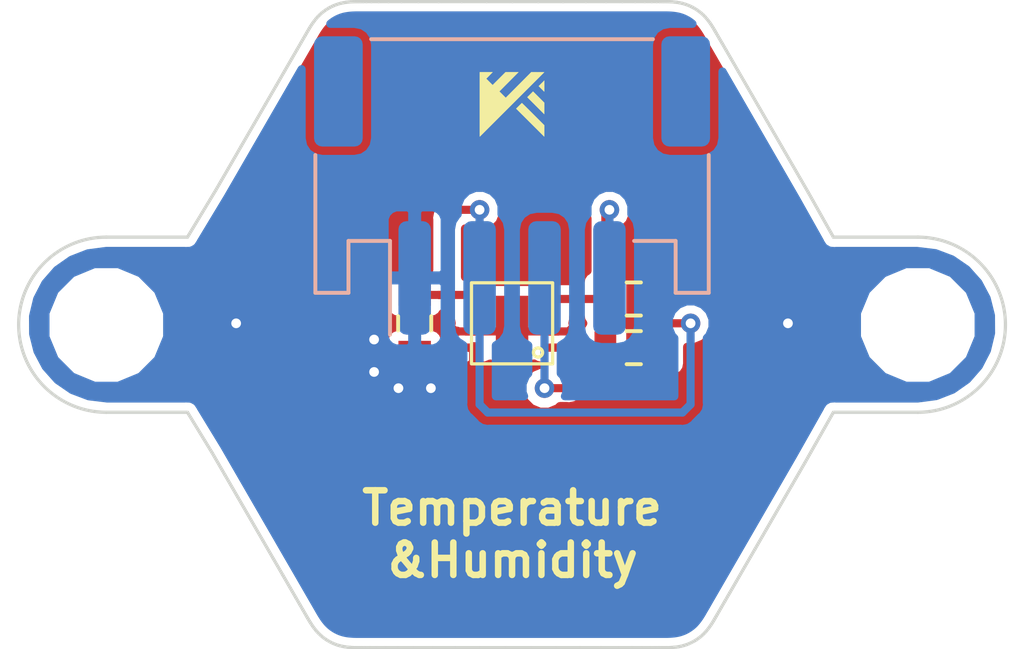
<source format=kicad_pcb>
(kicad_pcb (version 20171130) (host pcbnew 5.0.2-5.fc29)

  (general
    (thickness 1.6)
    (drawings 223)
    (tracks 50)
    (zones 0)
    (modules 8)
    (nets 7)
  )

  (page A4)
  (layers
    (0 F.Cu signal)
    (31 B.Cu signal)
    (32 B.Adhes user)
    (33 F.Adhes user)
    (34 B.Paste user)
    (35 F.Paste user)
    (36 B.SilkS user)
    (37 F.SilkS user)
    (38 B.Mask user)
    (39 F.Mask user)
    (40 Dwgs.User user)
    (41 Cmts.User user)
    (42 Eco1.User user)
    (43 Eco2.User user)
    (44 Edge.Cuts user)
    (45 Margin user)
    (46 B.CrtYd user)
    (47 F.CrtYd user)
    (48 B.Fab user hide)
    (49 F.Fab user hide)
  )

  (setup
    (last_trace_width 0.25)
    (user_trace_width 0.2)
    (user_trace_width 0.25)
    (user_trace_width 0.3)
    (user_trace_width 0.35)
    (user_trace_width 0.4)
    (trace_clearance 0.2)
    (zone_clearance 0.25)
    (zone_45_only no)
    (trace_min 0.2)
    (segment_width 0.2)
    (edge_width 0.15)
    (via_size 0.6)
    (via_drill 0.3)
    (via_min_size 0.6)
    (via_min_drill 0.3)
    (user_via 0.6 0.3)
    (uvia_size 0.3)
    (uvia_drill 0.1)
    (uvias_allowed no)
    (uvia_min_size 0.2)
    (uvia_min_drill 0.1)
    (pcb_text_width 0.3)
    (pcb_text_size 1.5 1.5)
    (mod_edge_width 0.15)
    (mod_text_size 1 1)
    (mod_text_width 0.15)
    (pad_size 1 1.7)
    (pad_drill 0)
    (pad_to_mask_clearance 0.2)
    (solder_mask_min_width 0.25)
    (aux_axis_origin 0 0)
    (visible_elements 7FFFFFFF)
    (pcbplotparams
      (layerselection 0x010fc_ffffffff)
      (usegerberextensions false)
      (usegerberattributes false)
      (usegerberadvancedattributes false)
      (creategerberjobfile false)
      (excludeedgelayer true)
      (linewidth 0.100000)
      (plotframeref false)
      (viasonmask false)
      (mode 1)
      (useauxorigin false)
      (hpglpennumber 1)
      (hpglpenspeed 20)
      (hpglpendiameter 15.000000)
      (psnegative false)
      (psa4output false)
      (plotreference true)
      (plotvalue true)
      (plotinvisibletext false)
      (padsonsilk false)
      (subtractmaskfromsilk false)
      (outputformat 1)
      (mirror false)
      (drillshape 1)
      (scaleselection 1)
      (outputdirectory ""))
  )

  (net 0 "")
  (net 1 /SDA)
  (net 2 /SCL)
  (net 3 VCC)
  (net 4 GND)
  (net 5 "Net-(U1-Pad3)")
  (net 6 "Net-(U1-Pad6)")

  (net_class Default "This is the default net class."
    (clearance 0.2)
    (trace_width 0.25)
    (via_dia 0.6)
    (via_drill 0.3)
    (uvia_dia 0.3)
    (uvia_drill 0.1)
    (add_net /SCL)
    (add_net /SDA)
    (add_net GND)
    (add_net "Net-(U1-Pad3)")
    (add_net "Net-(U1-Pad6)")
    (add_net VCC)
  )

  (module MountingHole:MountingHole_3mm locked (layer F.Cu) (tedit 5C759655) (tstamp 5C76016D)
    (at 149 105.05)
    (descr "Mounting Hole 3mm, no annular")
    (tags "mounting hole 3mm no annular")
    (attr virtual)
    (fp_text reference REF** (at 0 -4) (layer F.SilkS) hide
      (effects (font (size 1 1) (thickness 0.15)))
    )
    (fp_text value MountingHole_3mm (at 0 4) (layer F.Fab)
      (effects (font (size 1 1) (thickness 0.15)))
    )
    (fp_text user %R (at 0.3 0) (layer F.Fab)
      (effects (font (size 1 1) (thickness 0.15)))
    )
    (fp_circle (center 0 0) (end 3 0) (layer Cmts.User) (width 0.15))
    (fp_circle (center 0 0) (end 3.25 0) (layer F.CrtYd) (width 0.05))
    (pad 1 np_thru_hole circle (at 0 0) (size 3 3) (drill 3) (layers *.Cu *.Mask))
  )

  (module Connector_JST:JST_PH_S4B-PH-SM4-TB_1x04-1MP_P2.00mm_Horizontal (layer B.Cu) (tedit 5C7594A5) (tstamp 5C75F199)
    (at 136.5 100.75)
    (descr "JST PH series connector, S4B-PH-SM4-TB (http://www.jst-mfg.com/product/pdf/eng/ePH.pdf), generated with kicad-footprint-generator")
    (tags "connector JST PH top entry")
    (path /5ABA1EEF)
    (attr smd)
    (fp_text reference J1 (at 0 5.8) (layer B.SilkS) hide
      (effects (font (size 1 1) (thickness 0.15)) (justify mirror))
    )
    (fp_text value Conn_01x04 (at 0 -5.8) (layer B.Fab)
      (effects (font (size 1 1) (thickness 0.15)) (justify mirror))
    )
    (fp_line (start -5.95 3.2) (end -5.15 3.2) (layer B.Fab) (width 0.1))
    (fp_line (start -5.15 3.2) (end -5.15 1.6) (layer B.Fab) (width 0.1))
    (fp_line (start -5.15 1.6) (end 5.15 1.6) (layer B.Fab) (width 0.1))
    (fp_line (start 5.15 1.6) (end 5.15 3.2) (layer B.Fab) (width 0.1))
    (fp_line (start 5.15 3.2) (end 5.95 3.2) (layer B.Fab) (width 0.1))
    (fp_line (start -6.06 -0.94) (end -6.06 3.31) (layer B.SilkS) (width 0.12))
    (fp_line (start -6.06 3.31) (end -5.04 3.31) (layer B.SilkS) (width 0.12))
    (fp_line (start -5.04 3.31) (end -5.04 1.71) (layer B.SilkS) (width 0.12))
    (fp_line (start -5.04 1.71) (end -3.76 1.71) (layer B.SilkS) (width 0.12))
    (fp_line (start -3.76 1.71) (end -3.76 4.6) (layer B.SilkS) (width 0.12))
    (fp_line (start 6.06 -0.94) (end 6.06 3.31) (layer B.SilkS) (width 0.12))
    (fp_line (start 6.06 3.31) (end 5.04 3.31) (layer B.SilkS) (width 0.12))
    (fp_line (start 5.04 3.31) (end 5.04 1.71) (layer B.SilkS) (width 0.12))
    (fp_line (start 5.04 1.71) (end 3.76 1.71) (layer B.SilkS) (width 0.12))
    (fp_line (start -4.34 -4.51) (end 4.34 -4.51) (layer B.SilkS) (width 0.12))
    (fp_line (start -5.95 -4.4) (end 5.95 -4.4) (layer B.Fab) (width 0.1))
    (fp_line (start -5.95 3.2) (end -5.95 -4.4) (layer B.Fab) (width 0.1))
    (fp_line (start 5.95 3.2) (end 5.95 -4.4) (layer B.Fab) (width 0.1))
    (fp_line (start -6.6 5.1) (end -6.6 -5.1) (layer B.CrtYd) (width 0.05))
    (fp_line (start -6.6 -5.1) (end 6.6 -5.1) (layer B.CrtYd) (width 0.05))
    (fp_line (start 6.6 -5.1) (end 6.6 5.1) (layer B.CrtYd) (width 0.05))
    (fp_line (start 6.6 5.1) (end -6.6 5.1) (layer B.CrtYd) (width 0.05))
    (fp_line (start -3.5 1.6) (end -3 0.892893) (layer B.Fab) (width 0.1))
    (fp_line (start -3 0.892893) (end -2.5 1.6) (layer B.Fab) (width 0.1))
    (fp_text user %R (at 0 -1.5) (layer B.Fab)
      (effects (font (size 1 1) (thickness 0.15)) (justify mirror))
    )
    (pad 1 smd roundrect (at -3 2.85) (size 1 3.5) (layers B.Cu B.Paste B.Mask) (roundrect_rratio 0.25)
      (net 4 GND))
    (pad 2 smd roundrect (at -1 2.85) (size 1 3.5) (layers B.Cu B.Paste B.Mask) (roundrect_rratio 0.25)
      (net 3 VCC))
    (pad 3 smd roundrect (at 1 2.85) (size 1 3.5) (layers B.Cu B.Paste B.Mask) (roundrect_rratio 0.25)
      (net 1 /SDA))
    (pad 4 smd roundrect (at 3 2.85) (size 1 3.5) (layers B.Cu B.Paste B.Mask) (roundrect_rratio 0.25)
      (net 2 /SCL))
    (pad MP smd roundrect (at -5.35 -2.9) (size 1.5 3.4) (layers B.Cu B.Paste B.Mask) (roundrect_rratio 0.166667))
    (pad MP smd roundrect (at 5.35 -2.9) (size 1.5 3.4) (layers B.Cu B.Paste B.Mask) (roundrect_rratio 0.166667))
    (model ${KISYS3DMOD}/Connector_JST.3dshapes/JST_PH_S4B-PH-SM4-TB_1x04-1MP_P2.00mm_Horizontal.wrl
      (at (xyz 0 0 0))
      (scale (xyz 1 1 1))
      (rotate (xyz 0 0 0))
    )
  )

  (module Capacitor_SMD:C_0603_1608Metric (layer F.Cu) (tedit 5AD0126D) (tstamp 5AD01F26)
    (at 133.5 105 270)
    (descr "Capacitor SMD 0603 (1608 Metric), square (rectangular) end terminal, IPC_7351 nominal, (Body size source: http://www.tortai-tech.com/upload/download/2011102023233369053.pdf), generated with kicad-footprint-generator")
    (tags capacitor)
    (path /5AD09A10)
    (attr smd)
    (fp_text reference C1 (at 0 -1.65 270) (layer F.SilkS) hide
      (effects (font (size 1 1) (thickness 0.15)))
    )
    (fp_text value 0.1uF (at 0 1.65 270) (layer F.Fab)
      (effects (font (size 1 1) (thickness 0.15)))
    )
    (fp_line (start -0.8 0.4) (end -0.8 -0.4) (layer F.Fab) (width 0.1))
    (fp_line (start -0.8 -0.4) (end 0.8 -0.4) (layer F.Fab) (width 0.1))
    (fp_line (start 0.8 -0.4) (end 0.8 0.4) (layer F.Fab) (width 0.1))
    (fp_line (start 0.8 0.4) (end -0.8 0.4) (layer F.Fab) (width 0.1))
    (fp_line (start -0.22 -0.51) (end 0.22 -0.51) (layer F.SilkS) (width 0.12))
    (fp_line (start -0.22 0.51) (end 0.22 0.51) (layer F.SilkS) (width 0.12))
    (fp_line (start -1.46 0.75) (end -1.46 -0.75) (layer F.CrtYd) (width 0.05))
    (fp_line (start -1.46 -0.75) (end 1.46 -0.75) (layer F.CrtYd) (width 0.05))
    (fp_line (start 1.46 -0.75) (end 1.46 0.75) (layer F.CrtYd) (width 0.05))
    (fp_line (start 1.46 0.75) (end -1.46 0.75) (layer F.CrtYd) (width 0.05))
    (fp_text user %R (at 0 0 270) (layer F.Fab)
      (effects (font (size 0.5 0.5) (thickness 0.08)))
    )
    (pad 1 smd rect (at -0.875 0 270) (size 0.67 1) (layers F.Cu F.Paste F.Mask)
      (net 3 VCC))
    (pad 2 smd rect (at 0.875 0 270) (size 0.67 1) (layers F.Cu F.Paste F.Mask)
      (net 4 GND))
    (model ${KISYS3DMOD}/Capacitor_SMD.3dshapes/C_0603_1608Metric.wrl
      (at (xyz 0 0 0))
      (scale (xyz 1 1 1))
      (rotate (xyz 0 0 0))
    )
  )

  (module Resistor_SMD:R_0603_1608Metric (layer F.Cu) (tedit 5AD01272) (tstamp 5AD01F36)
    (at 140.25 105.75 180)
    (descr "Resistor SMD 0603 (1608 Metric), square (rectangular) end terminal, IPC_7351 nominal, (Body size source: http://www.tortai-tech.com/upload/download/2011102023233369053.pdf), generated with kicad-footprint-generator")
    (tags resistor)
    (path /5AD0D03A)
    (attr smd)
    (fp_text reference R2 (at -2.5 0 180) (layer F.SilkS) hide
      (effects (font (size 1 1) (thickness 0.15)))
    )
    (fp_text value 10K (at 0 1.65 180) (layer F.Fab)
      (effects (font (size 1 1) (thickness 0.15)))
    )
    (fp_line (start -0.8 0.4) (end -0.8 -0.4) (layer F.Fab) (width 0.1))
    (fp_line (start -0.8 -0.4) (end 0.8 -0.4) (layer F.Fab) (width 0.1))
    (fp_line (start 0.8 -0.4) (end 0.8 0.4) (layer F.Fab) (width 0.1))
    (fp_line (start 0.8 0.4) (end -0.8 0.4) (layer F.Fab) (width 0.1))
    (fp_line (start -0.22 -0.51) (end 0.22 -0.51) (layer F.SilkS) (width 0.12))
    (fp_line (start -0.22 0.51) (end 0.22 0.51) (layer F.SilkS) (width 0.12))
    (fp_line (start -1.46 0.75) (end -1.46 -0.75) (layer F.CrtYd) (width 0.05))
    (fp_line (start -1.46 -0.75) (end 1.46 -0.75) (layer F.CrtYd) (width 0.05))
    (fp_line (start 1.46 -0.75) (end 1.46 0.75) (layer F.CrtYd) (width 0.05))
    (fp_line (start 1.46 0.75) (end -1.46 0.75) (layer F.CrtYd) (width 0.05))
    (fp_text user %R (at 0 0 180) (layer F.Fab)
      (effects (font (size 0.5 0.5) (thickness 0.08)))
    )
    (pad 1 smd rect (at -0.875 0 180) (size 0.67 1) (layers F.Cu F.Paste F.Mask)
      (net 3 VCC))
    (pad 2 smd rect (at 0.875 0 180) (size 0.67 1) (layers F.Cu F.Paste F.Mask)
      (net 1 /SDA))
    (model ${KISYS3DMOD}/Resistor_SMD.3dshapes/R_0603_1608Metric.wrl
      (at (xyz 0 0 0))
      (scale (xyz 1 1 1))
      (rotate (xyz 0 0 0))
    )
  )

  (module Resistor_SMD:R_0603_1608Metric (layer F.Cu) (tedit 5AD016B4) (tstamp 5AD027BB)
    (at 140.25 104.25 180)
    (descr "Resistor SMD 0603 (1608 Metric), square (rectangular) end terminal, IPC_7351 nominal, (Body size source: http://www.tortai-tech.com/upload/download/2011102023233369053.pdf), generated with kicad-footprint-generator")
    (tags resistor)
    (path /5AD0BE1A)
    (attr smd)
    (fp_text reference R1 (at -2.5 0 180) (layer F.SilkS) hide
      (effects (font (size 1 1) (thickness 0.15)))
    )
    (fp_text value 10K (at 0 1.65 180) (layer F.Fab)
      (effects (font (size 1 1) (thickness 0.15)))
    )
    (fp_line (start -0.8 0.4) (end -0.8 -0.4) (layer F.Fab) (width 0.1))
    (fp_line (start -0.8 -0.4) (end 0.8 -0.4) (layer F.Fab) (width 0.1))
    (fp_line (start 0.8 -0.4) (end 0.8 0.4) (layer F.Fab) (width 0.1))
    (fp_line (start 0.8 0.4) (end -0.8 0.4) (layer F.Fab) (width 0.1))
    (fp_line (start -0.22 -0.51) (end 0.22 -0.51) (layer F.SilkS) (width 0.12))
    (fp_line (start -0.22 0.51) (end 0.22 0.51) (layer F.SilkS) (width 0.12))
    (fp_line (start -1.46 0.75) (end -1.46 -0.75) (layer F.CrtYd) (width 0.05))
    (fp_line (start -1.46 -0.75) (end 1.46 -0.75) (layer F.CrtYd) (width 0.05))
    (fp_line (start 1.46 -0.75) (end 1.46 0.75) (layer F.CrtYd) (width 0.05))
    (fp_line (start 1.46 0.75) (end -1.46 0.75) (layer F.CrtYd) (width 0.05))
    (fp_text user %R (at 0 0 180) (layer F.Fab)
      (effects (font (size 0.5 0.5) (thickness 0.08)))
    )
    (pad 1 smd rect (at -0.875 0 180) (size 0.67 1) (layers F.Cu F.Paste F.Mask)
      (net 3 VCC))
    (pad 2 smd rect (at 0.875 0 180) (size 0.67 1) (layers F.Cu F.Paste F.Mask)
      (net 2 /SCL))
    (model ${KISYS3DMOD}/Resistor_SMD.3dshapes/R_0603_1608Metric.wrl
      (at (xyz 0 0 0))
      (scale (xyz 1 1 1))
      (rotate (xyz 0 0 0))
    )
  )

  (module GiraffeTech-Sensiroin:Sensirion_SHT3x (layer F.Cu) (tedit 5AD016EA) (tstamp 5AD027CD)
    (at 136.5 105 180)
    (path /5ABA1D80)
    (fp_text reference U1 (at 0 -2 180) (layer F.SilkS) hide
      (effects (font (size 1 1) (thickness 0.15)))
    )
    (fp_text value Sensirion_SHT3x (at 0 2.1 180) (layer F.Fab)
      (effects (font (size 1 1) (thickness 0.15)))
    )
    (fp_line (start -1.25 1.225) (end -1.25 -1.225) (layer F.SilkS) (width 0.1))
    (fp_line (start 1.25 1.225) (end 1.25 -1.225) (layer F.SilkS) (width 0.1))
    (fp_line (start -1.25 -1.25) (end 1.25 -1.25) (layer F.SilkS) (width 0.1))
    (fp_line (start -1.25 1.25) (end 1.25 1.25) (layer F.SilkS) (width 0.1))
    (fp_circle (center -0.8 -0.9) (end -0.7 -0.8) (layer F.SilkS) (width 0.1))
    (pad 1 smd rect (at -1.175 -0.75 180) (size 0.55 0.25) (layers F.Cu F.Paste F.Mask)
      (net 1 /SDA))
    (pad 2 smd rect (at -1.175 -0.25 180) (size 0.55 0.25) (layers F.Cu F.Paste F.Mask)
      (net 4 GND))
    (pad 3 smd rect (at -1.175 0.25 180) (size 0.55 0.25) (layers F.Cu F.Paste F.Mask)
      (net 5 "Net-(U1-Pad3)"))
    (pad 4 smd rect (at -1.175 0.75 180) (size 0.55 0.25) (layers F.Cu F.Paste F.Mask)
      (net 2 /SCL))
    (pad 5 smd rect (at 1.175 0.75 180) (size 0.55 0.25) (layers F.Cu F.Paste F.Mask)
      (net 3 VCC))
    (pad 6 smd rect (at 1.175 0.25 180) (size 0.55 0.25) (layers F.Cu F.Paste F.Mask)
      (net 6 "Net-(U1-Pad6)"))
    (pad 7 smd rect (at 1.175 -0.25 180) (size 0.55 0.25) (layers F.Cu F.Paste F.Mask)
      (net 4 GND))
    (pad 8 smd rect (at 1.175 -0.75 180) (size 0.55 0.25) (layers F.Cu F.Paste F.Mask)
      (net 4 GND))
    (pad 9 smd rect (at 0 0 180) (size 1 1.7) (layers F.Cu F.Paste F.Mask)
      (net 4 GND))
  )

  (module MountingHole:MountingHole_3mm locked (layer F.Cu) (tedit 5C759655) (tstamp 5C760140)
    (at 124 105.05)
    (descr "Mounting Hole 3mm, no annular")
    (tags "mounting hole 3mm no annular")
    (attr virtual)
    (fp_text reference REF** (at 0 -4) (layer F.SilkS) hide
      (effects (font (size 1 1) (thickness 0.15)))
    )
    (fp_text value MountingHole_3mm (at 0 4) (layer F.Fab)
      (effects (font (size 1 1) (thickness 0.15)))
    )
    (fp_circle (center 0 0) (end 3.25 0) (layer F.CrtYd) (width 0.05))
    (fp_circle (center 0 0) (end 3 0) (layer Cmts.User) (width 0.15))
    (fp_text user %R (at 0.3 0) (layer F.Fab)
      (effects (font (size 1 1) (thickness 0.15)))
    )
    (pad 1 np_thru_hole circle (at 0 0) (size 3 3) (drill 3) (layers *.Cu *.Mask))
  )

  (module GiraffeTech-Utility:MakerPlayground_logo_2x2mm (layer F.Cu) (tedit 0) (tstamp 5C7609C2)
    (at 136.5 98.25)
    (fp_text reference G*** (at 0 0) (layer F.SilkS) hide
      (effects (font (size 1.524 1.524) (thickness 0.3)))
    )
    (fp_text value LOGO (at 0.75 0) (layer F.SilkS) hide
      (effects (font (size 1.524 1.524) (thickness 0.3)))
    )
    (fp_poly (pts (xy 0.992188 -0.564543) (xy 0.992164 -0.528929) (xy 0.992097 -0.495895) (xy 0.991991 -0.466261)
      (xy 0.991852 -0.440843) (xy 0.991684 -0.420459) (xy 0.991492 -0.405926) (xy 0.991282 -0.398062)
      (xy 0.99116 -0.396875) (xy 0.988207 -0.399571) (xy 0.980351 -0.407199) (xy 0.968291 -0.419067)
      (xy 0.952725 -0.434484) (xy 0.934354 -0.452758) (xy 0.913876 -0.4732) (xy 0.906847 -0.480231)
      (xy 0.823563 -0.563586) (xy 0.907875 -0.647899) (xy 0.992188 -0.732211) (xy 0.992188 -0.564543)) (layer F.SilkS) (width 0.01))
    (fp_poly (pts (xy 0.992272 -0.049513) (xy 0.991238 0.124084) (xy 0.990203 0.297682) (xy 0.731231 0.038685)
      (xy 0.472259 -0.220311) (xy 0.559597 -0.307581) (xy 0.646934 -0.394851) (xy 0.992272 -0.049513)) (layer F.SilkS) (width 0.01))
    (fp_poly (pts (xy 0.306845 -0.036934) (xy 0.315366 -0.028902) (xy 0.328804 -0.015931) (xy 0.346812 0.001638)
      (xy 0.369045 0.023463) (xy 0.39516 0.049204) (xy 0.424812 0.078521) (xy 0.457655 0.111071)
      (xy 0.493344 0.146515) (xy 0.531535 0.184511) (xy 0.571883 0.224719) (xy 0.614044 0.266798)
      (xy 0.649934 0.302669) (xy 0.992273 0.645025) (xy 0.990203 0.990203) (xy 0.559594 0.560703)
      (xy 0.128984 0.131202) (xy 0.214278 0.045757) (xy 0.235683 0.024442) (xy 0.255382 0.005068)
      (xy 0.272657 -0.011676) (xy 0.28679 -0.025103) (xy 0.297063 -0.034528) (xy 0.302757 -0.039261)
      (xy 0.303583 -0.039687) (xy 0.306845 -0.036934)) (layer F.SilkS) (width 0.01))
    (fp_poly (pts (xy 0.790777 -0.991434) (xy 0.988227 -0.990203) (xy -0.992187 0.990197) (xy -0.992187 -0.992187)
      (xy -0.601395 -0.992187) (xy -0.646963 -0.945555) (xy -0.665935 -0.926151) (xy -0.688266 -0.903332)
      (xy -0.711752 -0.879346) (xy -0.734194 -0.856442) (xy -0.745114 -0.845303) (xy -0.797697 -0.791685)
      (xy -0.698482 -0.692529) (xy -0.599266 -0.593373) (xy -0.399829 -0.79278) (xy -0.200393 -0.992187)
      (xy 0.195473 -0.992187) (xy -0.099139 -0.695955) (xy -0.39375 -0.399723) (xy -0.194618 -0.200591)
      (xy 0.199355 -0.596628) (xy 0.593328 -0.992663) (xy 0.790777 -0.991434)) (layer F.SilkS) (width 0.01))
  )

  (gr_line (start 124 107.743) (end 126.5 107.743) (layer Edge.Cuts) (width 0.1))
  (gr_arc (start 124 105.043) (end 124 102.343) (angle -180) (layer Edge.Cuts) (width 0.1))
  (gr_line (start 131.601 95.0845) (end 131.533 95.0882) (layer Edge.Cuts) (width 0.1))
  (gr_line (start 130.165 96.0593) (end 130.13 96.121) (layer Edge.Cuts) (width 0.1))
  (gr_line (start 130.074 96.2167) (end 129.992 96.3598) (layer Edge.Cuts) (width 0.1))
  (gr_line (start 133.611 95.0817) (end 133.096 95.0817) (layer Edge.Cuts) (width 0.1))
  (gr_line (start 129.992 96.3598) (end 129.874 96.5637) (layer Edge.Cuts) (width 0.1))
  (gr_line (start 141.718 114.953) (end 141.798 114.932) (layer Edge.Cuts) (width 0.1))
  (gr_line (start 141.232 115) (end 141.285 115) (layer Edge.Cuts) (width 0.1))
  (gr_line (start 141.159 95.0817) (end 141.115 95.0817) (layer Edge.Cuts) (width 0.1))
  (gr_line (start 140.805 95.0817) (end 140.59 95.0817) (layer Edge.Cuts) (width 0.1))
  (gr_line (start 141.484 114.989) (end 141.56 114.981) (layer Edge.Cuts) (width 0.1))
  (gr_line (start 141.56 114.981) (end 141.638 114.969) (layer Edge.Cuts) (width 0.1))
  (gr_line (start 144.076 98.2799) (end 143.75 97.7149) (layer Edge.Cuts) (width 0.1))
  (gr_line (start 143.75 97.7149) (end 143.476 97.2412) (layer Edge.Cuts) (width 0.1))
  (gr_line (start 143.476 97.2412) (end 143.261 96.8679) (layer Edge.Cuts) (width 0.1))
  (gr_line (start 143.261 96.8679) (end 143.097 96.5833) (layer Edge.Cuts) (width 0.1))
  (gr_line (start 143.097 96.5833) (end 142.976 96.3739) (layer Edge.Cuts) (width 0.1))
  (gr_line (start 142.976 96.3739) (end 142.89 96.2264) (layer Edge.Cuts) (width 0.1))
  (gr_line (start 145.623 100.9596) (end 145.229 100.2765) (layer Edge.Cuts) (width 0.1))
  (gr_line (start 145.229 100.2765) (end 144.83 99.5855) (layer Edge.Cuts) (width 0.1))
  (gr_line (start 130.258 95.9) (end 130.231 95.9457) (layer Edge.Cuts) (width 0.1))
  (gr_line (start 127.367 100.9051) (end 126.5 102.343) (layer Edge.Cuts) (width 0.1))
  (gr_line (start 130.769 95.3338) (end 130.7 95.3823) (layer Edge.Cuts) (width 0.1))
  (gr_line (start 131.848 95.0817) (end 131.803 95.0817) (layer Edge.Cuts) (width 0.1))
  (gr_line (start 132.016 95.0817) (end 131.914 95.0817) (layer Edge.Cuts) (width 0.1))
  (gr_line (start 130.461 95.6098) (end 130.412 95.6715) (layer Edge.Cuts) (width 0.1))
  (gr_line (start 130.367 95.7328) (end 130.326 95.7921) (layer Edge.Cuts) (width 0.1))
  (gr_line (start 142.551 95.6765) (end 142.502 95.6148) (layer Edge.Cuts) (width 0.1))
  (gr_line (start 142.449 95.5537) (end 142.391 95.4947) (layer Edge.Cuts) (width 0.1))
  (gr_line (start 142.051 95.2519) (end 141.975 95.2155) (layer Edge.Cuts) (width 0.1))
  (gr_line (start 139.395 95.0817) (end 138.776 95.0817) (layer Edge.Cuts) (width 0.1))
  (gr_line (start 142.833 96.1273) (end 142.796 96.0633) (layer Edge.Cuts) (width 0.1))
  (gr_line (start 140.293 95.0817) (end 139.9 95.0817) (layer Edge.Cuts) (width 0.1))
  (gr_line (start 141.504 95.095) (end 141.431 95.0886) (layer Edge.Cuts) (width 0.1))
  (gr_line (start 141.115 95.0817) (end 141.052 95.0817) (layer Edge.Cuts) (width 0.1))
  (gr_line (start 140.954 95.0817) (end 140.805 95.0817) (layer Edge.Cuts) (width 0.1))
  (gr_line (start 141.431 95.0886) (end 141.363 95.0847) (layer Edge.Cuts) (width 0.1))
  (gr_line (start 135.717 95.0817) (end 134.949 95.0817) (layer Edge.Cuts) (width 0.1))
  (gr_line (start 142.672 95.8527) (end 142.636 95.7968) (layer Edge.Cuts) (width 0.1))
  (gr_line (start 134.949 95.0817) (end 134.237 95.0817) (layer Edge.Cuts) (width 0.1))
  (gr_line (start 142.89 96.2264) (end 142.833 96.1273) (layer Edge.Cuts) (width 0.1))
  (gr_line (start 141.363 95.0847) (end 141.301 95.0827) (layer Edge.Cuts) (width 0.1))
  (gr_line (start 130.75 114.736) (end 130.821 114.781) (layer Edge.Cuts) (width 0.1))
  (gr_line (start 131.205 114.944) (end 131.285 114.962) (layer Edge.Cuts) (width 0.1))
  (gr_line (start 130.399 114.394) (end 130.448 114.456) (layer Edge.Cuts) (width 0.1))
  (gr_line (start 131.441 114.986) (end 131.514 114.992) (layer Edge.Cuts) (width 0.1))
  (gr_line (start 140.59 95.0817) (end 140.293 95.0817) (layer Edge.Cuts) (width 0.1))
  (gr_line (start 142.596 95.7377) (end 142.551 95.6765) (layer Edge.Cuts) (width 0.1))
  (gr_line (start 139.9 95.0817) (end 139.395 95.0817) (layer Edge.Cuts) (width 0.1))
  (gr_line (start 141.246 95.0819) (end 141.199 95.0817) (layer Edge.Cuts) (width 0.1))
  (gr_line (start 141.052 95.0817) (end 140.954 95.0817) (layer Edge.Cuts) (width 0.1))
  (gr_line (start 142.375 114.603) (end 142.434 114.545) (layer Edge.Cuts) (width 0.1))
  (gr_line (start 132.694 95.0817) (end 132.39 95.0817) (layer Edge.Cuts) (width 0.1))
  (gr_line (start 131.533 95.0882) (end 131.461 95.0943) (layer Edge.Cuts) (width 0.1))
  (gr_line (start 131.068 95.1813) (end 130.99 95.2128) (layer Edge.Cuts) (width 0.1))
  (gr_line (start 132.169 95.0817) (end 132.016 95.0817) (layer Edge.Cuts) (width 0.1))
  (gr_line (start 130.914 95.2488) (end 130.84 95.2892) (layer Edge.Cuts) (width 0.1))
  (gr_line (start 132.603 115) (end 132.977 115) (layer Edge.Cuts) (width 0.1))
  (gr_line (start 130.5 114.517) (end 130.557 114.576) (layer Edge.Cuts) (width 0.1))
  (gr_line (start 131.285 114.962) (end 131.364 114.976) (layer Edge.Cuts) (width 0.1))
  (gr_line (start 141.413 114.995) (end 141.484 114.989) (layer Edge.Cuts) (width 0.1))
  (gr_line (start 130.157 114.009) (end 130.183 114.054) (layer Edge.Cuts) (width 0.1))
  (gr_line (start 131.647 114.999) (end 131.704 115) (layer Edge.Cuts) (width 0.1))
  (gr_line (start 131.704 115) (end 131.752 115) (layer Edge.Cuts) (width 0.1))
  (gr_line (start 130.618 114.633) (end 130.682 114.686) (layer Edge.Cuts) (width 0.1))
  (gr_line (start 141.03 115) (end 141.101 115) (layer Edge.Cuts) (width 0.1))
  (gr_line (start 141.798 114.932) (end 141.877 114.906) (layer Edge.Cuts) (width 0.1))
  (gr_line (start 141.877 114.906) (end 141.955 114.876) (layer Edge.Cuts) (width 0.1))
  (gr_line (start 140.754 115) (end 140.919 115) (layer Edge.Cuts) (width 0.1))
  (gr_line (start 132.323 115) (end 132.603 115) (layer Edge.Cuts) (width 0.1))
  (gr_line (start 129.436 112.759) (end 129.662 113.151) (layer Edge.Cuts) (width 0.1))
  (gr_line (start 141.101 115) (end 141.148 115) (layer Edge.Cuts) (width 0.1))
  (gr_line (start 141.187 115) (end 141.232 115) (layer Edge.Cuts) (width 0.1))
  (gr_line (start 131.047 114.893) (end 131.125 114.921) (layer Edge.Cuts) (width 0.1))
  (gr_line (start 130.055 113.832) (end 130.117 113.939) (layer Edge.Cuts) (width 0.1))
  (gr_line (start 145.121 109.993) (end 145.518 109.305) (layer Edge.Cuts) (width 0.1))
  (gr_line (start 144.723 110.681) (end 145.121 109.993) (layer Edge.Cuts) (width 0.1))
  (gr_line (start 144.83 99.5855) (end 144.441 98.9118) (layer Edge.Cuts) (width 0.1))
  (gr_line (start 146.4 102.343) (end 145.623 100.9596) (layer Edge.Cuts) (width 0.1))
  (gr_line (start 144.441 98.9118) (end 144.076 98.2799) (layer Edge.Cuts) (width 0.1))
  (gr_line (start 142.626 114.301) (end 142.663 114.244) (layer Edge.Cuts) (width 0.1))
  (gr_line (start 142.747 114.104) (end 142.766 114.07) (layer Edge.Cuts) (width 0.1))
  (gr_line (start 143.212 113.299) (end 143.413 112.951) (layer Edge.Cuts) (width 0.1))
  (gr_line (start 142.663 114.244) (end 142.696 114.191) (layer Edge.Cuts) (width 0.1))
  (gr_line (start 142.584 114.361) (end 142.626 114.301) (layer Edge.Cuts) (width 0.1))
  (gr_line (start 130.316 114.274) (end 130.355 114.333) (layer Edge.Cuts) (width 0.1))
  (gr_line (start 131.893 115) (end 131.984 115) (layer Edge.Cuts) (width 0.1))
  (gr_line (start 127.655 109.675) (end 128.054 110.366) (layer Edge.Cuts) (width 0.1))
  (gr_line (start 138.593 115) (end 139.238 115) (layer Edge.Cuts) (width 0.1))
  (gr_line (start 132.977 115) (end 133.46 115) (layer Edge.Cuts) (width 0.1))
  (gr_line (start 129.964 113.674) (end 130.055 113.832) (layer Edge.Cuts) (width 0.1))
  (gr_line (start 129.835 113.451) (end 129.964 113.674) (layer Edge.Cuts) (width 0.1))
  (gr_line (start 130.117 113.939) (end 130.157 114.009) (layer Edge.Cuts) (width 0.1))
  (gr_line (start 142.696 114.191) (end 142.724 114.144) (layer Edge.Cuts) (width 0.1))
  (gr_line (start 142.488 114.484) (end 142.538 114.422) (layer Edge.Cuts) (width 0.1))
  (gr_line (start 143.984 111.962) (end 144.339 111.346) (layer Edge.Cuts) (width 0.1))
  (gr_line (start 143.06 113.562) (end 143.212 113.299) (layer Edge.Cuts) (width 0.1))
  (gr_line (start 142.766 114.07) (end 142.789 114.032) (layer Edge.Cuts) (width 0.1))
  (gr_line (start 137.868 115) (end 138.593 115) (layer Edge.Cuts) (width 0.1))
  (gr_line (start 130.203 114.089) (end 130.224 114.125) (layer Edge.Cuts) (width 0.1))
  (gr_line (start 143.413 112.951) (end 143.67 112.505) (layer Edge.Cuts) (width 0.1))
  (gr_line (start 142.949 113.754) (end 143.06 113.562) (layer Edge.Cuts) (width 0.1))
  (gr_line (start 142.873 113.887) (end 142.949 113.754) (layer Edge.Cuts) (width 0.1))
  (gr_line (start 142.724 114.144) (end 142.747 114.104) (layer Edge.Cuts) (width 0.1))
  (gr_line (start 145.518 109.305) (end 146.4 107.743) (layer Edge.Cuts) (width 0.1))
  (gr_line (start 142.538 114.422) (end 142.584 114.361) (layer Edge.Cuts) (width 0.1))
  (gr_line (start 142.789 114.032) (end 142.822 113.975) (layer Edge.Cuts) (width 0.1))
  (gr_line (start 144.339 111.346) (end 144.723 110.681) (layer Edge.Cuts) (width 0.1))
  (gr_line (start 142.822 113.975) (end 142.873 113.887) (layer Edge.Cuts) (width 0.1))
  (gr_line (start 143.67 112.505) (end 143.984 111.962) (layer Edge.Cuts) (width 0.1))
  (gr_line (start 129.662 113.151) (end 129.835 113.451) (layer Edge.Cuts) (width 0.1))
  (gr_line (start 130.25 114.169) (end 130.281 114.219) (layer Edge.Cuts) (width 0.1))
  (gr_line (start 130.894 114.823) (end 130.969 114.86) (layer Edge.Cuts) (width 0.1))
  (gr_line (start 128.054 110.366) (end 128.446 111.045) (layer Edge.Cuts) (width 0.1))
  (gr_line (start 126.5 107.743) (end 127.263 108.996) (layer Edge.Cuts) (width 0.1))
  (gr_line (start 130.969 114.86) (end 131.047 114.893) (layer Edge.Cuts) (width 0.1))
  (gr_line (start 142.312 114.658) (end 142.375 114.603) (layer Edge.Cuts) (width 0.1))
  (gr_line (start 142.105 114.801) (end 142.177 114.757) (layer Edge.Cuts) (width 0.1))
  (gr_line (start 149 102.343) (end 146.4 102.343) (layer Edge.Cuts) (width 0.1))
  (gr_line (start 142.752 95.9871) (end 142.73 95.9491) (layer Edge.Cuts) (width 0.1))
  (gr_line (start 141.975 95.2155) (end 141.898 95.1837) (layer Edge.Cuts) (width 0.1))
  (gr_line (start 131.752 115) (end 131.793 115) (layer Edge.Cuts) (width 0.1))
  (gr_line (start 136.296 115) (end 137.093 115) (layer Edge.Cuts) (width 0.1))
  (gr_line (start 131.984 115) (end 132.122 115) (layer Edge.Cuts) (width 0.1))
  (gr_line (start 137.093 115) (end 137.868 115) (layer Edge.Cuts) (width 0.1))
  (gr_line (start 131.125 114.921) (end 131.205 114.944) (layer Edge.Cuts) (width 0.1))
  (gr_line (start 130.682 114.686) (end 130.75 114.736) (layer Edge.Cuts) (width 0.1))
  (gr_line (start 128.817 111.687) (end 129.151 112.267) (layer Edge.Cuts) (width 0.1))
  (gr_line (start 128.446 111.045) (end 128.817 111.687) (layer Edge.Cuts) (width 0.1))
  (gr_line (start 141.898 95.1837) (end 141.819 95.1566) (layer Edge.Cuts) (width 0.1))
  (gr_line (start 141.301 95.0827) (end 141.246 95.0819) (layer Edge.Cuts) (width 0.1))
  (gr_line (start 142.636 95.7968) (end 142.596 95.7377) (layer Edge.Cuts) (width 0.1))
  (gr_line (start 131.584 114.997) (end 131.647 114.999) (layer Edge.Cuts) (width 0.1))
  (gr_line (start 130.281 114.219) (end 130.316 114.274) (layer Edge.Cuts) (width 0.1))
  (gr_line (start 131.514 114.992) (end 131.584 114.997) (layer Edge.Cuts) (width 0.1))
  (gr_line (start 133.46 115) (end 134.059 115) (layer Edge.Cuts) (width 0.1))
  (gr_line (start 124 102.343) (end 126.5 102.343) (layer Edge.Cuts) (width 0.1))
  (gr_line (start 131.835 115) (end 131.893 115) (layer Edge.Cuts) (width 0.1))
  (gr_line (start 135.505 115) (end 136.296 115) (layer Edge.Cuts) (width 0.1))
  (gr_line (start 138.07 95.0817) (end 137.306 95.0817) (layer Edge.Cuts) (width 0.1))
  (gr_line (start 142.502 95.6148) (end 142.449 95.5537) (layer Edge.Cuts) (width 0.1))
  (gr_line (start 142.33 95.4388) (end 142.265 95.3863) (layer Edge.Cuts) (width 0.1))
  (gr_line (start 142.796 96.0633) (end 142.772 96.0211) (layer Edge.Cuts) (width 0.1))
  (gr_line (start 141.739 95.1346) (end 141.66 95.1173) (layer Edge.Cuts) (width 0.1))
  (gr_line (start 129.151 112.267) (end 129.436 112.759) (layer Edge.Cuts) (width 0.1))
  (gr_line (start 130.224 114.125) (end 130.25 114.169) (layer Edge.Cuts) (width 0.1))
  (gr_line (start 130.84 95.2892) (end 130.769 95.3338) (layer Edge.Cuts) (width 0.1))
  (gr_line (start 133.096 95.0817) (end 132.694 95.0817) (layer Edge.Cuts) (width 0.1))
  (gr_line (start 130.412 95.6715) (end 130.367 95.7328) (layer Edge.Cuts) (width 0.1))
  (gr_line (start 131.718 95.0818) (end 131.663 95.0826) (layer Edge.Cuts) (width 0.1))
  (gr_line (start 142.772 96.0211) (end 142.752 95.9871) (layer Edge.Cuts) (width 0.1))
  (gr_line (start 131.147 95.1546) (end 131.068 95.1813) (layer Edge.Cuts) (width 0.1))
  (gr_line (start 131.764 95.0817) (end 131.718 95.0818) (layer Edge.Cuts) (width 0.1))
  (gr_line (start 130.7 95.3823) (end 130.635 95.4344) (layer Edge.Cuts) (width 0.1))
  (gr_line (start 129.874 96.5637) (end 129.713 96.8417) (layer Edge.Cuts) (width 0.1))
  (gr_line (start 131.226 95.133) (end 131.147 95.1546) (layer Edge.Cuts) (width 0.1))
  (gr_line (start 129.234 97.6728) (end 128.911 98.2313) (layer Edge.Cuts) (width 0.1))
  (gr_line (start 130.189 96.0182) (end 130.165 96.0593) (layer Edge.Cuts) (width 0.1))
  (gr_line (start 131.914 95.0817) (end 131.848 95.0817) (layer Edge.Cuts) (width 0.1))
  (gr_line (start 130.326 95.7921) (end 130.29 95.8483) (layer Edge.Cuts) (width 0.1))
  (gr_line (start 131.461 95.0943) (end 131.385 95.1034) (layer Edge.Cuts) (width 0.1))
  (gr_line (start 142.031 114.84) (end 142.105 114.801) (layer Edge.Cuts) (width 0.1))
  (gr_line (start 131.306 95.1161) (end 131.226 95.133) (layer Edge.Cuts) (width 0.1))
  (gr_line (start 132.39 95.0817) (end 132.169 95.0817) (layer Edge.Cuts) (width 0.1))
  (gr_line (start 131.385 95.1034) (end 131.306 95.1161) (layer Edge.Cuts) (width 0.1))
  (gr_line (start 130.573 95.4901) (end 130.515 95.5488) (layer Edge.Cuts) (width 0.1))
  (gr_line (start 129.502 97.2073) (end 129.234 97.6728) (layer Edge.Cuts) (width 0.1))
  (gr_line (start 141.581 95.1043) (end 141.504 95.095) (layer Edge.Cuts) (width 0.1))
  (gr_line (start 138.776 95.0817) (end 138.07 95.0817) (layer Edge.Cuts) (width 0.1))
  (gr_line (start 141.819 95.1566) (end 141.739 95.1346) (layer Edge.Cuts) (width 0.1))
  (gr_line (start 134.059 115) (end 134.75 115) (layer Edge.Cuts) (width 0.1))
  (gr_line (start 129.713 96.8417) (end 129.502 97.2073) (layer Edge.Cuts) (width 0.1))
  (gr_line (start 128.911 98.2313) (end 128.549 98.8586) (layer Edge.Cuts) (width 0.1))
  (gr_line (start 128.549 98.8586) (end 128.161 99.5299) (layer Edge.Cuts) (width 0.1))
  (gr_line (start 128.161 99.5299) (end 127.763 100.2204) (layer Edge.Cuts) (width 0.1))
  (gr_line (start 127.763 100.2204) (end 127.367 100.9051) (layer Edge.Cuts) (width 0.1))
  (gr_line (start 131.803 95.0817) (end 131.764 95.0817) (layer Edge.Cuts) (width 0.1))
  (gr_line (start 130.515 95.5488) (end 130.461 95.6098) (layer Edge.Cuts) (width 0.1))
  (gr_line (start 130.209 95.9843) (end 130.189 96.0182) (layer Edge.Cuts) (width 0.1))
  (gr_line (start 130.13 96.121) (end 130.074 96.2167) (layer Edge.Cuts) (width 0.1))
  (gr_line (start 131.663 95.0826) (end 131.601 95.0845) (layer Edge.Cuts) (width 0.1))
  (gr_line (start 142.704 95.9039) (end 142.672 95.8527) (layer Edge.Cuts) (width 0.1))
  (gr_line (start 142.196 95.3376) (end 142.125 95.2927) (layer Edge.Cuts) (width 0.1))
  (gr_line (start 142.73 95.9491) (end 142.704 95.9039) (layer Edge.Cuts) (width 0.1))
  (gr_line (start 141.66 95.1173) (end 141.581 95.1043) (layer Edge.Cuts) (width 0.1))
  (gr_line (start 127.263 108.996) (end 127.655 109.675) (layer Edge.Cuts) (width 0.1))
  (gr_line (start 130.557 114.576) (end 130.618 114.633) (layer Edge.Cuts) (width 0.1))
  (gr_line (start 140.518 115) (end 140.754 115) (layer Edge.Cuts) (width 0.1))
  (gr_line (start 140.197 115) (end 140.518 115) (layer Edge.Cuts) (width 0.1))
  (gr_line (start 141.955 114.876) (end 142.031 114.84) (layer Edge.Cuts) (width 0.1))
  (gr_line (start 139.775 115) (end 140.197 115) (layer Edge.Cuts) (width 0.1))
  (gr_line (start 141.285 115) (end 141.346 114.998) (layer Edge.Cuts) (width 0.1))
  (gr_line (start 142.434 114.545) (end 142.488 114.484) (layer Edge.Cuts) (width 0.1))
  (gr_line (start 149 107.743) (end 146.4 107.743) (layer Edge.Cuts) (width 0.1))
  (gr_line (start 141.346 114.998) (end 141.413 114.995) (layer Edge.Cuts) (width 0.1))
  (gr_line (start 141.638 114.969) (end 141.718 114.953) (layer Edge.Cuts) (width 0.1))
  (gr_line (start 139.238 115) (end 139.775 115) (layer Edge.Cuts) (width 0.1))
  (gr_arc (start 149 105.043) (end 149 107.743) (angle -180) (layer Edge.Cuts) (width 0.1))
  (gr_line (start 142.125 95.2927) (end 142.051 95.2519) (layer Edge.Cuts) (width 0.1))
  (gr_line (start 142.265 95.3863) (end 142.196 95.3376) (layer Edge.Cuts) (width 0.1))
  (gr_line (start 141.199 95.0817) (end 141.159 95.0817) (layer Edge.Cuts) (width 0.1))
  (gr_line (start 142.391 95.4947) (end 142.33 95.4388) (layer Edge.Cuts) (width 0.1))
  (gr_line (start 130.99 95.2128) (end 130.914 95.2488) (layer Edge.Cuts) (width 0.1))
  (gr_line (start 130.635 95.4344) (end 130.573 95.4901) (layer Edge.Cuts) (width 0.1))
  (gr_line (start 134.237 95.0817) (end 133.611 95.0817) (layer Edge.Cuts) (width 0.1))
  (gr_line (start 130.29 95.8483) (end 130.258 95.9) (layer Edge.Cuts) (width 0.1))
  (gr_line (start 130.231 95.9457) (end 130.209 95.9843) (layer Edge.Cuts) (width 0.1))
  (gr_line (start 130.355 114.333) (end 130.399 114.394) (layer Edge.Cuts) (width 0.1))
  (gr_line (start 131.793 115) (end 131.835 115) (layer Edge.Cuts) (width 0.1))
  (gr_line (start 142.246 114.709) (end 142.312 114.658) (layer Edge.Cuts) (width 0.1))
  (gr_line (start 137.306 95.0817) (end 136.512 95.0817) (layer Edge.Cuts) (width 0.1))
  (gr_line (start 136.512 95.0817) (end 135.717 95.0817) (layer Edge.Cuts) (width 0.1))
  (gr_line (start 131.364 114.976) (end 131.441 114.986) (layer Edge.Cuts) (width 0.1))
  (gr_line (start 130.183 114.054) (end 130.203 114.089) (layer Edge.Cuts) (width 0.1))
  (gr_line (start 140.919 115) (end 141.03 115) (layer Edge.Cuts) (width 0.1))
  (gr_line (start 130.448 114.456) (end 130.5 114.517) (layer Edge.Cuts) (width 0.1))
  (gr_line (start 130.821 114.781) (end 130.894 114.823) (layer Edge.Cuts) (width 0.1))
  (gr_line (start 141.148 115) (end 141.187 115) (layer Edge.Cuts) (width 0.1))
  (gr_line (start 142.177 114.757) (end 142.246 114.709) (layer Edge.Cuts) (width 0.1))
  (gr_line (start 132.122 115) (end 132.323 115) (layer Edge.Cuts) (width 0.1))
  (gr_line (start 134.75 115) (end 135.505 115) (layer Edge.Cuts) (width 0.1))
  (gr_text "Temperature\n&Humidity" (at 136.5 111.5) (layer F.SilkS)
    (effects (font (size 1 1) (thickness 0.2)))
  )

  (segment (start 138.75 105.75) (end 139.375 105.75) (width 0.25) (layer F.Cu) (net 1))
  (segment (start 137.675 105.75) (end 138.75 105.75) (width 0.25) (layer F.Cu) (net 1))
  (segment (start 137.5 107) (end 137.5 103.6) (width 0.25) (layer B.Cu) (net 1))
  (via (at 137.5 107) (size 0.6) (drill 0.3) (layers F.Cu B.Cu) (net 1))
  (segment (start 138.25 107) (end 137.5 107) (width 0.25) (layer F.Cu) (net 1))
  (segment (start 138.5 106.75) (end 138.25 107) (width 0.25) (layer F.Cu) (net 1))
  (segment (start 138.75 105.75) (end 138.5 106) (width 0.25) (layer F.Cu) (net 1))
  (segment (start 138.5 106) (end 138.5 106.75) (width 0.25) (layer F.Cu) (net 1))
  (segment (start 137.675 104.25) (end 139.375 104.25) (width 0.25) (layer F.Cu) (net 2))
  (via (at 139.5 101.5) (size 0.6) (drill 0.3) (layers F.Cu B.Cu) (net 2))
  (segment (start 139.375 104.25) (end 139.375 101.625) (width 0.25) (layer F.Cu) (net 2))
  (segment (start 139.375 101.625) (end 139.5 101.5) (width 0.25) (layer F.Cu) (net 2))
  (segment (start 139.5 101.5) (end 139.5 103.6) (width 0.25) (layer B.Cu) (net 2))
  (segment (start 135.2 104.125) (end 135.325 104.25) (width 0.25) (layer F.Cu) (net 3))
  (segment (start 134.25 104.125) (end 135.2 104.125) (width 0.25) (layer F.Cu) (net 3))
  (segment (start 133.5 104.125) (end 134.25 104.125) (width 0.25) (layer F.Cu) (net 3))
  (via (at 135.5 101.5) (size 0.6) (drill 0.3) (layers F.Cu B.Cu) (net 3))
  (segment (start 135.5 101.5) (end 135.5 103.6) (width 0.25) (layer B.Cu) (net 3))
  (segment (start 134.75 101.5) (end 135.5 101.5) (width 0.25) (layer F.Cu) (net 3))
  (segment (start 134.25 104.125) (end 134.375 104.125) (width 0.25) (layer F.Cu) (net 3))
  (segment (start 134.5 101.75) (end 134.75 101.5) (width 0.25) (layer F.Cu) (net 3))
  (segment (start 134.5 104) (end 134.5 101.75) (width 0.25) (layer F.Cu) (net 3))
  (segment (start 134.375 104.125) (end 134.5 104) (width 0.25) (layer F.Cu) (net 3))
  (segment (start 135.5 107.5) (end 135.5 103.6) (width 0.25) (layer B.Cu) (net 3))
  (segment (start 135.5 107.5) (end 135.75 107.75) (width 0.25) (layer B.Cu) (net 3))
  (segment (start 135.75 107.75) (end 141.75 107.75) (width 0.25) (layer B.Cu) (net 3))
  (segment (start 141.75 107.75) (end 142 107.5) (width 0.25) (layer B.Cu) (net 3))
  (via (at 142 105) (size 0.6) (drill 0.3) (layers F.Cu B.Cu) (net 3))
  (segment (start 142 107.5) (end 142 105) (width 0.25) (layer B.Cu) (net 3))
  (segment (start 141.375 105) (end 141.125 105.25) (width 0.25) (layer F.Cu) (net 3))
  (segment (start 142 105) (end 141.375 105) (width 0.25) (layer F.Cu) (net 3))
  (segment (start 141.125 104.25) (end 141.125 105.25) (width 0.25) (layer F.Cu) (net 3))
  (segment (start 141.125 105.25) (end 141.125 105.75) (width 0.25) (layer F.Cu) (net 3))
  (via (at 128.000002 105) (size 0.6) (drill 0.3) (layers F.Cu B.Cu) (net 4))
  (via (at 145 105) (size 0.6) (drill 0.3) (layers F.Cu B.Cu) (net 4))
  (segment (start 136.25 105.25) (end 136.5 105) (width 0.25) (layer F.Cu) (net 4))
  (segment (start 135.325 105.25) (end 136.25 105.25) (width 0.25) (layer F.Cu) (net 4))
  (segment (start 136.75 105.25) (end 136.5 105) (width 0.25) (layer F.Cu) (net 4))
  (segment (start 137.675 105.25) (end 136.75 105.25) (width 0.25) (layer F.Cu) (net 4))
  (segment (start 136.5 105) (end 136.5 103.9) (width 0.25) (layer F.Cu) (net 4))
  (segment (start 136.5 103.9) (end 136.5 103.25) (width 0.25) (layer F.Cu) (net 4))
  (segment (start 136.5 105) (end 136.5 106.1) (width 0.25) (layer F.Cu) (net 4))
  (segment (start 136.5 106.1) (end 136.5 106.75) (width 0.25) (layer F.Cu) (net 4))
  (via (at 133 107) (size 0.6) (drill 0.3) (layers F.Cu B.Cu) (net 4) (tstamp 5C760735))
  (via (at 134 107) (size 0.6) (drill 0.3) (layers F.Cu B.Cu) (net 4) (tstamp 5C760737))
  (segment (start 135.325 105.75) (end 134.75 105.75) (width 0.25) (layer F.Cu) (net 4))
  (segment (start 135.325 105.25) (end 134.75 105.25) (width 0.25) (layer F.Cu) (net 4))
  (segment (start 137.675 105.25) (end 138.25 105.25) (width 0.25) (layer F.Cu) (net 4))
  (via (at 132.25 105.5) (size 0.6) (drill 0.3) (layers F.Cu B.Cu) (net 4) (tstamp 5C760822))
  (via (at 132.25 106.5) (size 0.6) (drill 0.3) (layers F.Cu B.Cu) (net 4) (tstamp 5C760824))

  (zone (net 4) (net_name GND) (layer B.Cu) (tstamp 5AD029A5) (hatch edge 0.508)
    (connect_pads (clearance 0.25))
    (min_thickness 0.25)
    (fill yes (arc_segments 16) (thermal_gap 0.3) (thermal_bridge_width 0.4))
    (polygon
      (pts
        (xy 126.5 107.8) (xy 121.3 107.8) (xy 121.3 102.3) (xy 126.5 102.3) (xy 130.7 95.1)
        (xy 142.2 95.1) (xy 146.4 102.3) (xy 151.7 102.3) (xy 151.7 107.8) (xy 146.4 107.8)
        (xy 142.2 115) (xy 130.8 115)
      )
    )
    (filled_polygon
      (pts
        (xy 141.242031 95.506887) (xy 141.291051 95.5076) (xy 141.343989 95.509307) (xy 141.400262 95.512535) (xy 141.45995 95.517768)
        (xy 141.520982 95.525139) (xy 141.579984 95.534848) (xy 141.637128 95.547362) (xy 141.69359 95.56289) (xy 141.747789 95.581482)
        (xy 141.801961 95.603854) (xy 141.856442 95.629947) (xy 141.908642 95.658728) (xy 141.959724 95.691032) (xy 142.00867 95.725578)
        (xy 142.052647 95.761098) (xy 142.059801 95.767654) (xy 141.35 95.767654) (xy 141.108012 95.815788) (xy 140.902864 95.952864)
        (xy 140.765788 96.158012) (xy 140.717654 96.4) (xy 140.717654 99.3) (xy 140.765788 99.541988) (xy 140.902864 99.747136)
        (xy 141.108012 99.884212) (xy 141.35 99.932346) (xy 142.35 99.932346) (xy 142.591988 99.884212) (xy 142.797136 99.747136)
        (xy 142.934212 99.541988) (xy 142.982346 99.3) (xy 142.982346 97.235634) (xy 143.087024 97.417385) (xy 143.087153 97.417763)
        (xy 143.107928 97.45368) (xy 143.128607 97.489584) (xy 143.12887 97.489884) (xy 143.381875 97.927289) (xy 143.687014 98.456133)
        (xy 143.687047 98.456229) (xy 143.708065 98.492615) (xy 143.728802 98.528556) (xy 143.728868 98.528632) (xy 144.075533 99.128792)
        (xy 144.482878 99.834264) (xy 144.482881 99.834268) (xy 144.861514 100.489995) (xy 145.253682 101.169921) (xy 145.996352 102.4922)
        (xy 145.999659 102.508827) (xy 146.037492 102.565449) (xy 146.049945 102.58762) (xy 146.060698 102.600178) (xy 146.093592 102.649408)
        (xy 146.115229 102.663865) (xy 146.132153 102.683631) (xy 146.184943 102.710446) (xy 146.234173 102.743341) (xy 146.259693 102.748417)
        (xy 146.282895 102.760203) (xy 146.341931 102.764775) (xy 146.358142 102.768) (xy 146.383565 102.768) (xy 146.451466 102.773259)
        (xy 146.467583 102.768) (xy 148.974377 102.768) (xy 149.541922 102.83668) (xy 150.052561 103.029634) (xy 150.502434 103.338822)
        (xy 150.865567 103.746394) (xy 151.120999 104.228821) (xy 151.253985 104.758257) (xy 151.256843 105.304126) (xy 151.12941 105.834922)
        (xy 150.879044 106.319998) (xy 150.520201 106.731348) (xy 150.073588 107.045232) (xy 149.564997 107.243524) (xy 148.999311 107.317998)
        (xy 148.998921 107.318) (xy 146.468078 107.318) (xy 146.452446 107.31286) (xy 146.384059 107.318) (xy 146.358142 107.318)
        (xy 146.342402 107.321131) (xy 146.283846 107.325532) (xy 146.260179 107.337486) (xy 146.234173 107.342659) (xy 146.185347 107.375283)
        (xy 146.13293 107.401759) (xy 146.115638 107.421861) (xy 146.093592 107.436592) (xy 146.060969 107.485416) (xy 146.050503 107.497583)
        (xy 146.03776 107.520151) (xy 145.999659 107.577173) (xy 145.996449 107.593312) (xy 145.14895 109.094214) (xy 144.753533 109.779473)
        (xy 144.375999 110.432096) (xy 144.375885 110.432226) (xy 144.354489 110.469278) (xy 144.334161 110.504419) (xy 144.334108 110.504574)
        (xy 143.991795 111.097384) (xy 143.991672 111.097524) (xy 143.970662 111.133981) (xy 143.950023 111.169723) (xy 143.949964 111.169896)
        (xy 143.616144 111.749147) (xy 143.322875 112.256296) (xy 143.322661 112.256541) (xy 143.302047 112.292316) (xy 143.281132 112.328483)
        (xy 143.281026 112.328795) (xy 143.044788 112.738764) (xy 142.844424 113.085663) (xy 142.694239 113.345523) (xy 142.601473 113.505984)
        (xy 142.600765 113.506798) (xy 142.580537 113.542197) (xy 142.560113 113.577525) (xy 142.559765 113.578547) (xy 142.504655 113.67499)
        (xy 142.475229 113.725764) (xy 142.475166 113.725836) (xy 142.45499 113.760686) (xy 142.433301 113.798111) (xy 142.43327 113.798202)
        (xy 142.423266 113.815482) (xy 142.42024 113.82048) (xy 142.415419 113.826136) (xy 142.398591 113.85625) (xy 142.380739 113.885744)
        (xy 142.378206 113.892727) (xy 142.377275 113.894393) (xy 142.357197 113.929311) (xy 142.333009 113.969913) (xy 142.304326 114.01598)
        (xy 142.273569 114.063362) (xy 142.240142 114.111114) (xy 142.202838 114.160583) (xy 142.163303 114.209607) (xy 142.125545 114.252259)
        (xy 142.086028 114.291107) (xy 142.042079 114.329475) (xy 141.994556 114.366197) (xy 141.944632 114.400927) (xy 141.894909 114.431313)
        (xy 141.840871 114.459793) (xy 141.787509 114.485069) (xy 141.734204 114.505571) (xy 141.677507 114.524231) (xy 141.622285 114.538727)
        (xy 141.56398 114.550388) (xy 141.505404 114.5594) (xy 141.443879 114.565876) (xy 141.385587 114.570802) (xy 141.329545 114.573311)
        (xy 141.278041 114.575) (xy 131.707698 114.575) (xy 131.657475 114.574119) (xy 131.605887 114.572481) (xy 131.546505 114.568239)
        (xy 131.485797 114.563249) (xy 131.428483 114.555806) (xy 131.368767 114.545223) (xy 131.310454 114.532103) (xy 131.255645 114.516345)
        (xy 131.201714 114.496985) (xy 131.145959 114.473396) (xy 131.094192 114.447858) (xy 131.040831 114.417158) (xy 130.989935 114.384899)
        (xy 130.943635 114.350856) (xy 130.898867 114.313782) (xy 130.855108 114.272893) (xy 130.814849 114.231221) (xy 130.776551 114.186295)
        (xy 130.738223 114.137798) (xy 130.704764 114.091411) (xy 130.672573 114.042713) (xy 130.640906 113.99295) (xy 130.61359 113.948891)
        (xy 130.590461 113.909752) (xy 130.572228 113.878495) (xy 130.571933 113.877626) (xy 130.55143 113.84214) (xy 130.531235 113.806799)
        (xy 130.530567 113.80603) (xy 130.525405 113.797097) (xy 130.506131 113.763367) (xy 130.505713 113.762142) (xy 130.485322 113.726951)
        (xy 130.465235 113.691799) (xy 130.46439 113.690827) (xy 130.422981 113.619363) (xy 130.352973 113.497809) (xy 130.352841 113.497422)
        (xy 130.332039 113.461463) (xy 130.311393 113.425615) (xy 130.311125 113.425309) (xy 130.203445 113.239167) (xy 130.031395 112.940815)
        (xy 129.824879 112.582611) (xy 129.824736 112.582191) (xy 129.803785 112.546024) (xy 129.783284 112.510464) (xy 129.782997 112.510136)
        (xy 129.519231 112.054795) (xy 129.206024 111.510904) (xy 129.205919 111.510594) (xy 129.184976 111.474353) (xy 129.164409 111.438638)
        (xy 129.164197 111.438395) (xy 128.814598 110.833431) (xy 128.442987 110.189747) (xy 128.44298 110.189728) (xy 128.417499 110.145598)
        (xy 128.401137 110.117258) (xy 128.401128 110.117248) (xy 128.022593 109.46169) (xy 127.649487 108.815418) (xy 127.647765 108.810709)
        (xy 127.628575 108.779195) (xy 127.610137 108.747258) (xy 127.606833 108.74349) (xy 126.902148 107.586257) (xy 126.900341 107.577173)
        (xy 126.858326 107.514294) (xy 126.841224 107.486208) (xy 126.835131 107.47958) (xy 126.806408 107.436592) (xy 126.778442 107.417906)
        (xy 126.755687 107.39315) (xy 126.70881 107.371379) (xy 126.665827 107.342659) (xy 126.632842 107.336098) (xy 126.602342 107.321933)
        (xy 126.550698 107.319758) (xy 126.541858 107.318) (xy 126.508939 107.318) (xy 126.433418 107.31482) (xy 126.424723 107.318)
        (xy 124.025623 107.318) (xy 123.458077 107.24932) (xy 122.947437 107.056365) (xy 122.497564 106.747175) (xy 122.134432 106.339605)
        (xy 121.878998 105.857172) (xy 121.746015 105.327742) (xy 121.743157 104.781874) (xy 121.768325 104.677039) (xy 122.125 104.677039)
        (xy 122.125 105.422961) (xy 122.410452 106.112102) (xy 122.937898 106.639548) (xy 123.627039 106.925) (xy 124.372961 106.925)
        (xy 125.062102 106.639548) (xy 125.589548 106.112102) (xy 125.875 105.422961) (xy 125.875 104.677039) (xy 125.589548 103.987898)
        (xy 125.3829 103.78125) (xy 132.575 103.78125) (xy 132.575 105.434538) (xy 132.639702 105.590743) (xy 132.759257 105.710298)
        (xy 132.915462 105.775) (xy 133.31875 105.775) (xy 133.425 105.66875) (xy 133.425 103.675) (xy 133.575 103.675)
        (xy 133.575 105.66875) (xy 133.68125 105.775) (xy 134.084538 105.775) (xy 134.240743 105.710298) (xy 134.360298 105.590743)
        (xy 134.425 105.434538) (xy 134.425 103.78125) (xy 134.31875 103.675) (xy 133.575 103.675) (xy 133.425 103.675)
        (xy 132.68125 103.675) (xy 132.575 103.78125) (xy 125.3829 103.78125) (xy 125.062102 103.460452) (xy 124.372961 103.175)
        (xy 123.627039 103.175) (xy 122.937898 103.460452) (xy 122.410452 103.987898) (xy 122.125 104.677039) (xy 121.768325 104.677039)
        (xy 121.87059 104.251078) (xy 122.120956 103.766002) (xy 122.479801 103.35465) (xy 122.926412 103.040768) (xy 123.435003 102.842476)
        (xy 124.000689 102.768002) (xy 124.001078 102.768) (xy 126.42568 102.768) (xy 126.43529 102.771467) (xy 126.509863 102.768)
        (xy 126.541858 102.768) (xy 126.551617 102.766059) (xy 126.604182 102.763615) (xy 126.633765 102.749719) (xy 126.665827 102.743341)
        (xy 126.709587 102.714101) (xy 126.757214 102.691729) (xy 126.779227 102.66757) (xy 126.806408 102.649408) (xy 126.835646 102.60565)
        (xy 126.842344 102.598299) (xy 126.858858 102.57091) (xy 126.900341 102.508827) (xy 126.902334 102.498807) (xy 127.344513 101.765462)
        (xy 132.575 101.765462) (xy 132.575 103.41875) (xy 132.68125 103.525) (xy 133.425 103.525) (xy 133.425 101.53125)
        (xy 133.575 101.53125) (xy 133.575 103.525) (xy 134.31875 103.525) (xy 134.425 103.41875) (xy 134.425 102.1)
        (xy 134.617654 102.1) (xy 134.617654 105.1) (xy 134.665788 105.341988) (xy 134.802864 105.547136) (xy 135 105.678859)
        (xy 135 107.450759) (xy 134.990205 107.5) (xy 135 107.549241) (xy 135 107.549242) (xy 135.029011 107.695089)
        (xy 135.13952 107.86048) (xy 135.181271 107.888377) (xy 135.361623 108.068729) (xy 135.38952 108.11048) (xy 135.55491 108.220989)
        (xy 135.700757 108.25) (xy 135.700758 108.25) (xy 135.749999 108.259795) (xy 135.79924 108.25) (xy 141.700759 108.25)
        (xy 141.75 108.259795) (xy 141.799241 108.25) (xy 141.799243 108.25) (xy 141.94509 108.220989) (xy 142.11048 108.11048)
        (xy 142.138377 108.068729) (xy 142.31873 107.888376) (xy 142.36048 107.86048) (xy 142.470989 107.69509) (xy 142.5 107.549243)
        (xy 142.5 107.549242) (xy 142.509795 107.500001) (xy 142.5 107.45076) (xy 142.5 105.454594) (xy 142.572237 105.382357)
        (xy 142.675 105.134266) (xy 142.675 104.865734) (xy 142.59684 104.677039) (xy 147.125 104.677039) (xy 147.125 105.422961)
        (xy 147.410452 106.112102) (xy 147.937898 106.639548) (xy 148.627039 106.925) (xy 149.372961 106.925) (xy 150.062102 106.639548)
        (xy 150.589548 106.112102) (xy 150.875 105.422961) (xy 150.875 104.677039) (xy 150.589548 103.987898) (xy 150.062102 103.460452)
        (xy 149.372961 103.175) (xy 148.627039 103.175) (xy 147.937898 103.460452) (xy 147.410452 103.987898) (xy 147.125 104.677039)
        (xy 142.59684 104.677039) (xy 142.572237 104.617643) (xy 142.382357 104.427763) (xy 142.134266 104.325) (xy 141.865734 104.325)
        (xy 141.617643 104.427763) (xy 141.427763 104.617643) (xy 141.325 104.865734) (xy 141.325 105.134266) (xy 141.427763 105.382357)
        (xy 141.500001 105.454595) (xy 141.5 107.25) (xy 138.127061 107.25) (xy 138.175 107.134266) (xy 138.175 106.865734)
        (xy 138.072237 106.617643) (xy 138 106.545406) (xy 138 105.678859) (xy 138.197136 105.547136) (xy 138.334212 105.341988)
        (xy 138.382346 105.1) (xy 138.382346 102.1) (xy 138.617654 102.1) (xy 138.617654 105.1) (xy 138.665788 105.341988)
        (xy 138.802864 105.547136) (xy 139.008012 105.684212) (xy 139.25 105.732346) (xy 139.75 105.732346) (xy 139.991988 105.684212)
        (xy 140.197136 105.547136) (xy 140.334212 105.341988) (xy 140.382346 105.1) (xy 140.382346 102.1) (xy 140.334212 101.858012)
        (xy 140.197136 101.652864) (xy 140.173765 101.637248) (xy 140.175 101.634266) (xy 140.175 101.365734) (xy 140.072237 101.117643)
        (xy 139.882357 100.927763) (xy 139.634266 100.825) (xy 139.365734 100.825) (xy 139.117643 100.927763) (xy 138.927763 101.117643)
        (xy 138.825 101.365734) (xy 138.825 101.634266) (xy 138.826235 101.637248) (xy 138.802864 101.652864) (xy 138.665788 101.858012)
        (xy 138.617654 102.1) (xy 138.382346 102.1) (xy 138.334212 101.858012) (xy 138.197136 101.652864) (xy 137.991988 101.515788)
        (xy 137.75 101.467654) (xy 137.25 101.467654) (xy 137.008012 101.515788) (xy 136.802864 101.652864) (xy 136.665788 101.858012)
        (xy 136.617654 102.1) (xy 136.617654 105.1) (xy 136.665788 105.341988) (xy 136.802864 105.547136) (xy 137 105.678859)
        (xy 137 106.545406) (xy 136.927763 106.617643) (xy 136.825 106.865734) (xy 136.825 107.134266) (xy 136.872939 107.25)
        (xy 136 107.25) (xy 136 105.678859) (xy 136.197136 105.547136) (xy 136.334212 105.341988) (xy 136.382346 105.1)
        (xy 136.382346 102.1) (xy 136.334212 101.858012) (xy 136.197136 101.652864) (xy 136.173765 101.637248) (xy 136.175 101.634266)
        (xy 136.175 101.365734) (xy 136.072237 101.117643) (xy 135.882357 100.927763) (xy 135.634266 100.825) (xy 135.365734 100.825)
        (xy 135.117643 100.927763) (xy 134.927763 101.117643) (xy 134.825 101.365734) (xy 134.825 101.634266) (xy 134.826235 101.637248)
        (xy 134.802864 101.652864) (xy 134.665788 101.858012) (xy 134.617654 102.1) (xy 134.425 102.1) (xy 134.425 101.765462)
        (xy 134.360298 101.609257) (xy 134.240743 101.489702) (xy 134.084538 101.425) (xy 133.68125 101.425) (xy 133.575 101.53125)
        (xy 133.425 101.53125) (xy 133.31875 101.425) (xy 132.915462 101.425) (xy 132.759257 101.489702) (xy 132.639702 101.609257)
        (xy 132.575 101.765462) (xy 127.344513 101.765462) (xy 127.711363 101.15705) (xy 127.713944 101.154111) (xy 127.732962 101.121229)
        (xy 127.752571 101.088707) (xy 127.753898 101.085029) (xy 128.110102 100.469138) (xy 128.11031 100.4689) (xy 128.131099 100.432833)
        (xy 128.151856 100.396943) (xy 128.151957 100.396645) (xy 128.529471 99.741689) (xy 128.89609 99.107383) (xy 128.896182 99.107278)
        (xy 128.916144 99.072686) (xy 128.937906 99.035035) (xy 128.937955 99.034891) (xy 129.27908 98.443767) (xy 129.581161 97.921438)
        (xy 129.581434 97.921126) (xy 129.601859 97.885648) (xy 129.622859 97.849338) (xy 129.622996 97.848936) (xy 129.870378 97.41925)
        (xy 130.017654 97.164064) (xy 130.017654 99.3) (xy 130.065788 99.541988) (xy 130.202864 99.747136) (xy 130.408012 99.884212)
        (xy 130.65 99.932346) (xy 131.65 99.932346) (xy 131.891988 99.884212) (xy 132.097136 99.747136) (xy 132.234212 99.541988)
        (xy 132.282346 99.3) (xy 132.282346 96.4) (xy 132.234212 96.158012) (xy 132.097136 95.952864) (xy 131.891988 95.815788)
        (xy 131.65 95.767654) (xy 130.899993 95.767654) (xy 130.910134 95.758543) (xy 130.955364 95.72229) (xy 131.004383 95.687835)
        (xy 131.05506 95.656001) (xy 131.106949 95.627672) (xy 131.160684 95.602218) (xy 131.215731 95.579987) (xy 131.271189 95.561244)
        (xy 131.326055 95.546243) (xy 131.383697 95.534066) (xy 131.444006 95.52437) (xy 131.504217 95.517161) (xy 131.562492 95.512224)
        (xy 131.619076 95.509145) (xy 131.672607 95.507505) (xy 131.721569 95.506793) (xy 131.764312 95.5067) (xy 141.198122 95.5067)
      )
    )
  )
  (zone (net 4) (net_name GND) (layer F.Cu) (tstamp 0) (hatch edge 0.508)
    (connect_pads (clearance 0.3))
    (min_thickness 0.25)
    (fill yes (arc_segments 16) (thermal_gap 0.3) (thermal_bridge_width 0.3))
    (polygon
      (pts
        (xy 126.5 107.8) (xy 121.3 107.8) (xy 121.3 102.3) (xy 126.5 102.3) (xy 130.7 95.1)
        (xy 142.2 95.1) (xy 146.4 102.3) (xy 151.7 102.3) (xy 151.7 107.8) (xy 146.4 107.8)
        (xy 142.2 115) (xy 130.8 115)
      )
    )
    (filled_polygon
      (pts
        (xy 141.241496 95.556884) (xy 141.289912 95.557589) (xy 141.341731 95.559261) (xy 141.396661 95.562411) (xy 141.454769 95.567505)
        (xy 141.513935 95.574652) (xy 141.570573 95.583972) (xy 141.62515 95.595924) (xy 141.678827 95.610685) (xy 141.730124 95.628282)
        (xy 141.781611 95.649546) (xy 141.833566 95.67443) (xy 141.883164 95.701776) (xy 141.931951 95.732629) (xy 141.978513 95.765492)
        (xy 142.020009 95.799008) (xy 142.060959 95.836534) (xy 142.09988 95.876126) (xy 142.136434 95.918267) (xy 142.173555 95.965009)
        (xy 142.207829 96.011622) (xy 142.239603 96.05857) (xy 142.270894 96.107158) (xy 142.295406 96.146377) (xy 142.295485 96.146608)
        (xy 142.318318 96.186046) (xy 142.318864 96.187614) (xy 142.335 96.215044) (xy 142.341584 96.226491) (xy 142.342025 96.226995)
        (xy 142.361246 96.260195) (xy 142.361363 96.26054) (xy 142.383938 96.299588) (xy 142.40623 96.338785) (xy 142.40734 96.340068)
        (xy 142.421486 96.364536) (xy 142.455633 96.423903) (xy 142.456093 96.42524) (xy 142.478953 96.464447) (xy 142.501575 96.503778)
        (xy 142.502505 96.504842) (xy 142.565211 96.61239) (xy 142.685598 96.820729) (xy 142.848616 97.103626) (xy 143.041265 97.438116)
        (xy 143.041408 97.438538) (xy 143.064572 97.478584) (xy 143.087735 97.518802) (xy 143.088029 97.519138) (xy 143.338508 97.952173)
        (xy 143.641251 98.476866) (xy 143.641289 98.476977) (xy 143.665322 98.518584) (xy 143.687953 98.557806) (xy 143.688026 98.557889)
        (xy 144.028868 99.147964) (xy 144.442039 99.863528) (xy 144.442043 99.863533) (xy 144.818133 100.514857) (xy 145.210215 101.194633)
        (xy 145.948865 102.509756) (xy 145.952561 102.528335) (xy 145.994836 102.591604) (xy 146.00876 102.616395) (xy 146.020783 102.630437)
        (xy 146.057545 102.685455) (xy 146.081726 102.701612) (xy 146.100642 102.723704) (xy 146.159641 102.753673) (xy 146.214665 102.790439)
        (xy 146.24319 102.796113) (xy 146.269119 102.809284) (xy 146.335091 102.814394) (xy 146.353221 102.818) (xy 146.381654 102.818)
        (xy 146.457521 102.823876) (xy 146.47553 102.818) (xy 148.971362 102.818) (xy 149.52991 102.885591) (xy 150.029228 103.074268)
        (xy 150.469126 103.376602) (xy 150.824212 103.775141) (xy 151.073982 104.246875) (xy 151.204018 104.764569) (xy 151.206812 105.298333)
        (xy 151.082203 105.817368) (xy 150.83739 106.291686) (xy 150.486496 106.693923) (xy 150.049789 107.000846) (xy 149.552472 107.194742)
        (xy 148.996019 107.268) (xy 146.476086 107.268) (xy 146.458617 107.262256) (xy 146.382195 107.268) (xy 146.353221 107.268)
        (xy 146.335624 107.2715) (xy 146.270182 107.276419) (xy 146.243731 107.289779) (xy 146.214665 107.295561) (xy 146.160093 107.332025)
        (xy 146.10151 107.361615) (xy 146.082184 107.384081) (xy 146.057545 107.400545) (xy 146.021085 107.455111) (xy 146.009384 107.468714)
        (xy 145.995136 107.493947) (xy 145.952561 107.557665) (xy 145.948974 107.575699) (xy 145.105556 109.069374) (xy 144.709956 109.754949)
        (xy 144.335171 110.402819) (xy 144.335047 110.402961) (xy 144.311642 110.443493) (xy 144.288417 110.483641) (xy 144.288357 110.483818)
        (xy 143.950944 111.06814) (xy 143.950809 111.068295) (xy 143.927694 111.108405) (xy 143.904263 111.148982) (xy 143.904197 111.149177)
        (xy 143.572455 111.724818) (xy 143.282037 112.227037) (xy 143.281795 112.227314) (xy 143.258512 112.267719) (xy 143.235385 112.307713)
        (xy 143.235268 112.308058) (xy 143.001683 112.713424) (xy 142.801279 113.060391) (xy 142.64793 113.325725) (xy 142.560585 113.476809)
        (xy 142.559794 113.477719) (xy 142.537205 113.51725) (xy 142.514363 113.55676) (xy 142.513974 113.557904) (xy 142.461277 113.650123)
        (xy 142.434432 113.696445) (xy 142.434361 113.696525) (xy 142.410954 113.736955) (xy 142.387574 113.777297) (xy 142.387539 113.777398)
        (xy 142.38024 113.790006) (xy 142.37956 113.79113) (xy 142.374172 113.79745) (xy 142.355369 113.831098) (xy 142.335416 113.864064)
        (xy 142.332644 113.871707) (xy 142.31405 113.904044) (xy 142.290314 113.943888) (xy 142.262153 113.989115) (xy 142.232101 114.035411)
        (xy 142.199684 114.081721) (xy 142.1634 114.129838) (xy 142.1251 114.17733) (xy 142.089265 114.217809) (xy 142.052025 114.254418)
        (xy 142.01032 114.290828) (xy 141.964982 114.325861) (xy 141.917294 114.359036) (xy 141.870196 114.387818) (xy 141.818496 114.415066)
        (xy 141.767806 114.439076) (xy 141.717397 114.458465) (xy 141.663325 114.47626) (xy 141.611026 114.489989) (xy 141.555273 114.501139)
        (xy 141.498999 114.509797) (xy 141.439124 114.5161) (xy 141.382378 114.520895) (xy 141.327526 114.523351) (xy 141.277243 114.525)
        (xy 131.708144 114.525) (xy 131.658705 114.524133) (xy 131.608466 114.522538) (xy 131.550358 114.518387) (xy 131.491068 114.513514)
        (xy 131.436073 114.506372) (xy 131.378632 114.496192) (xy 131.322855 114.483643) (xy 131.271014 114.468738) (xy 131.21992 114.450397)
        (xy 131.166775 114.427912) (xy 131.117747 114.403725) (xy 131.0667 114.374356) (xy 131.018153 114.343587) (xy 130.97442 114.31143)
        (xy 130.931916 114.276233) (xy 130.890173 114.237226) (xy 130.851894 114.197605) (xy 130.815189 114.154546) (xy 130.778145 114.107674)
        (xy 130.745901 114.062973) (xy 130.71453 114.015513) (xy 130.683239 113.966342) (xy 130.65637 113.923005) (xy 130.633624 113.884512)
        (xy 130.617949 113.85764) (xy 130.617688 113.856873) (xy 130.594837 113.817323) (xy 130.572206 113.777719) (xy 130.571456 113.776857)
        (xy 130.568841 113.772329) (xy 130.551908 113.742696) (xy 130.551442 113.741332) (xy 130.52872 113.702118) (xy 130.506206 113.662719)
        (xy 130.505259 113.66163) (xy 130.46642 113.594601) (xy 130.398732 113.477078) (xy 130.398585 113.476645) (xy 130.375241 113.436291)
        (xy 130.352264 113.396397) (xy 130.351967 113.396057) (xy 130.246533 113.213798) (xy 130.073697 112.914082) (xy 129.870625 112.561851)
        (xy 129.870467 112.561387) (xy 129.847336 112.521456) (xy 129.824143 112.481227) (xy 129.823818 112.480856) (xy 129.562425 112.029609)
        (xy 129.251789 111.490183) (xy 129.251672 111.489838) (xy 129.22838 111.449532) (xy 129.205282 111.409422) (xy 129.205044 111.40915)
        (xy 128.857607 110.807926) (xy 128.488747 110.169008) (xy 128.48874 110.168988) (xy 128.461773 110.122285) (xy 128.441978 110.087998)
        (xy 128.441968 110.087986) (xy 128.064593 109.434437) (xy 127.694957 108.794175) (xy 127.69303 108.788907) (xy 127.671561 108.753651)
        (xy 127.650978 108.717998) (xy 127.647289 108.713792) (xy 126.949458 107.567814) (xy 126.947439 107.557665) (xy 126.900503 107.48742)
        (xy 126.88137 107.456) (xy 126.874554 107.448585) (xy 126.842455 107.400545) (xy 126.811202 107.379663) (xy 126.785768 107.351992)
        (xy 126.733372 107.327658) (xy 126.685335 107.295561) (xy 126.648469 107.288228) (xy 126.614382 107.272397) (xy 126.556668 107.269967)
        (xy 126.546779 107.268) (xy 126.509948 107.268) (xy 126.425584 107.264448) (xy 126.415872 107.268) (xy 124.028638 107.268)
        (xy 123.47009 107.200409) (xy 122.970772 107.011732) (xy 122.530871 106.709397) (xy 122.175788 106.31086) (xy 121.926019 105.839127)
        (xy 121.795982 105.32143) (xy 121.793188 104.787666) (xy 121.822134 104.667094) (xy 122.075 104.667094) (xy 122.075 105.432906)
        (xy 122.368064 106.140425) (xy 122.909575 106.681936) (xy 123.617094 106.975) (xy 124.382906 106.975) (xy 125.090425 106.681936)
        (xy 125.631936 106.140425) (xy 125.687513 106.00625) (xy 132.575 106.00625) (xy 132.575 106.294538) (xy 132.639702 106.450743)
        (xy 132.759257 106.570298) (xy 132.915462 106.635) (xy 133.36875 106.635) (xy 133.475 106.52875) (xy 133.475 105.9)
        (xy 133.525 105.9) (xy 133.525 106.52875) (xy 133.63125 106.635) (xy 134.084538 106.635) (xy 134.240743 106.570298)
        (xy 134.360298 106.450743) (xy 134.425 106.294538) (xy 134.425 106.00625) (xy 134.31875 105.9) (xy 133.525 105.9)
        (xy 133.475 105.9) (xy 132.68125 105.9) (xy 132.575 106.00625) (xy 125.687513 106.00625) (xy 125.915656 105.455462)
        (xy 132.575 105.455462) (xy 132.575 105.74375) (xy 132.68125 105.85) (xy 133.475 105.85) (xy 133.475 105.22125)
        (xy 133.525 105.22125) (xy 133.525 105.85) (xy 134.31875 105.85) (xy 134.425 105.74375) (xy 134.425 105.455462)
        (xy 134.360298 105.299257) (xy 134.240743 105.179702) (xy 134.084538 105.115) (xy 133.63125 105.115) (xy 133.525 105.22125)
        (xy 133.475 105.22125) (xy 133.36875 105.115) (xy 132.915462 105.115) (xy 132.759257 105.179702) (xy 132.639702 105.299257)
        (xy 132.575 105.455462) (xy 125.915656 105.455462) (xy 125.925 105.432906) (xy 125.925 104.667094) (xy 125.631936 103.959575)
        (xy 125.462361 103.79) (xy 132.566674 103.79) (xy 132.566674 104.46) (xy 132.599659 104.625827) (xy 132.693592 104.766408)
        (xy 132.834173 104.860341) (xy 133 104.893326) (xy 134 104.893326) (xy 134.165827 104.860341) (xy 134.306408 104.766408)
        (xy 134.362011 104.683191) (xy 134.375 104.685775) (xy 134.429169 104.675) (xy 134.616674 104.675) (xy 134.616674 104.875)
        (xy 134.64161 105.000362) (xy 134.625 105.040462) (xy 134.625 105.11875) (xy 134.73125 105.225) (xy 134.808832 105.225)
        (xy 134.845675 105.249617) (xy 134.809257 105.264702) (xy 134.798959 105.275) (xy 134.73125 105.275) (xy 134.625 105.38125)
        (xy 134.625 105.459538) (xy 134.64176 105.5) (xy 134.625 105.540462) (xy 134.625 105.61875) (xy 134.73125 105.725)
        (xy 134.798959 105.725) (xy 134.809257 105.735298) (xy 134.905106 105.775) (xy 134.73125 105.775) (xy 134.625 105.88125)
        (xy 134.625 105.959538) (xy 134.689702 106.115743) (xy 134.809257 106.235298) (xy 134.965462 106.3) (xy 135.19375 106.3)
        (xy 135.3 106.19375) (xy 135.3 105.775) (xy 135.21875 105.775) (xy 135.26875 105.725) (xy 135.3 105.725)
        (xy 135.3 105.705) (xy 135.35 105.705) (xy 135.35 105.725) (xy 135.37 105.725) (xy 135.37 105.775)
        (xy 135.35 105.775) (xy 135.35 106.19375) (xy 135.45625 106.3) (xy 135.684538 106.3) (xy 135.830178 106.239674)
        (xy 135.915462 106.275) (xy 136.36875 106.275) (xy 136.475 106.16875) (xy 136.475 105.025) (xy 136.455 105.025)
        (xy 136.455 104.975) (xy 136.475 104.975) (xy 136.475 103.83125) (xy 136.525 103.83125) (xy 136.525 104.975)
        (xy 136.545 104.975) (xy 136.545 105.025) (xy 136.525 105.025) (xy 136.525 106.16875) (xy 136.63125 106.275)
        (xy 137.084538 106.275) (xy 137.176595 106.236869) (xy 137.234173 106.275341) (xy 137.315777 106.291573) (xy 137.08932 106.385374)
        (xy 136.885374 106.58932) (xy 136.775 106.855788) (xy 136.775 107.144212) (xy 136.885374 107.41068) (xy 137.08932 107.614626)
        (xy 137.355788 107.725) (xy 137.644212 107.725) (xy 137.91068 107.614626) (xy 137.975306 107.55) (xy 138.195831 107.55)
        (xy 138.25 107.560775) (xy 138.304169 107.55) (xy 138.30417 107.55) (xy 138.464599 107.518089) (xy 138.646528 107.396528)
        (xy 138.677216 107.3506) (xy 138.850602 107.177215) (xy 138.896528 107.146528) (xy 139.007821 106.979966) (xy 139.018088 106.964601)
        (xy 139.018088 106.9646) (xy 139.018089 106.964599) (xy 139.05 106.80417) (xy 139.05 106.804166) (xy 139.060774 106.750001)
        (xy 139.05 106.695836) (xy 139.05 106.683326) (xy 139.71 106.683326) (xy 139.875827 106.650341) (xy 140.016408 106.556408)
        (xy 140.110341 106.415827) (xy 140.143326 106.25) (xy 140.143326 105.25) (xy 140.110341 105.084173) (xy 140.054099 105)
        (xy 140.110341 104.915827) (xy 140.143326 104.75) (xy 140.143326 103.75) (xy 140.356674 103.75) (xy 140.356674 104.75)
        (xy 140.389659 104.915827) (xy 140.445901 105) (xy 140.389659 105.084173) (xy 140.356674 105.25) (xy 140.356674 106.25)
        (xy 140.389659 106.415827) (xy 140.483592 106.556408) (xy 140.624173 106.650341) (xy 140.79 106.683326) (xy 141.46 106.683326)
        (xy 141.625827 106.650341) (xy 141.766408 106.556408) (xy 141.860341 106.415827) (xy 141.893326 106.25) (xy 141.893326 105.725)
        (xy 142.144212 105.725) (xy 142.41068 105.614626) (xy 142.614626 105.41068) (xy 142.725 105.144212) (xy 142.725 104.855788)
        (xy 142.646841 104.667094) (xy 147.075 104.667094) (xy 147.075 105.432906) (xy 147.368064 106.140425) (xy 147.909575 106.681936)
        (xy 148.617094 106.975) (xy 149.382906 106.975) (xy 150.090425 106.681936) (xy 150.631936 106.140425) (xy 150.925 105.432906)
        (xy 150.925 104.667094) (xy 150.631936 103.959575) (xy 150.090425 103.418064) (xy 149.382906 103.125) (xy 148.617094 103.125)
        (xy 147.909575 103.418064) (xy 147.368064 103.959575) (xy 147.075 104.667094) (xy 142.646841 104.667094) (xy 142.614626 104.58932)
        (xy 142.41068 104.385374) (xy 142.144212 104.275) (xy 141.893326 104.275) (xy 141.893326 103.75) (xy 141.860341 103.584173)
        (xy 141.766408 103.443592) (xy 141.625827 103.349659) (xy 141.46 103.316674) (xy 140.79 103.316674) (xy 140.624173 103.349659)
        (xy 140.483592 103.443592) (xy 140.389659 103.584173) (xy 140.356674 103.75) (xy 140.143326 103.75) (xy 140.110341 103.584173)
        (xy 140.016408 103.443592) (xy 139.925 103.382515) (xy 139.925 102.100306) (xy 140.114626 101.91068) (xy 140.225 101.644212)
        (xy 140.225 101.355788) (xy 140.114626 101.08932) (xy 139.91068 100.885374) (xy 139.644212 100.775) (xy 139.355788 100.775)
        (xy 139.08932 100.885374) (xy 138.885374 101.08932) (xy 138.775 101.355788) (xy 138.775 101.644212) (xy 138.825001 101.764926)
        (xy 138.825 103.382515) (xy 138.733592 103.443592) (xy 138.639659 103.584173) (xy 138.61662 103.7) (xy 137.991858 103.7)
        (xy 137.95 103.691674) (xy 137.4 103.691674) (xy 137.234173 103.724659) (xy 137.176595 103.763131) (xy 137.084538 103.725)
        (xy 136.63125 103.725) (xy 136.525 103.83125) (xy 136.475 103.83125) (xy 136.36875 103.725) (xy 135.915462 103.725)
        (xy 135.823405 103.763131) (xy 135.765827 103.724659) (xy 135.6 103.691674) (xy 135.541456 103.691674) (xy 135.414599 103.606911)
        (xy 135.25417 103.575) (xy 135.254169 103.575) (xy 135.2 103.564225) (xy 135.145831 103.575) (xy 135.05 103.575)
        (xy 135.05 102.075306) (xy 135.08932 102.114626) (xy 135.355788 102.225) (xy 135.644212 102.225) (xy 135.91068 102.114626)
        (xy 136.114626 101.91068) (xy 136.225 101.644212) (xy 136.225 101.355788) (xy 136.114626 101.08932) (xy 135.91068 100.885374)
        (xy 135.644212 100.775) (xy 135.355788 100.775) (xy 135.08932 100.885374) (xy 135.024694 100.95) (xy 134.804164 100.95)
        (xy 134.749999 100.939226) (xy 134.695834 100.95) (xy 134.69583 100.95) (xy 134.535401 100.981911) (xy 134.5354 100.981912)
        (xy 134.535399 100.981912) (xy 134.493273 101.01006) (xy 134.353472 101.103472) (xy 134.322785 101.149398) (xy 134.149398 101.322786)
        (xy 134.103473 101.353472) (xy 134.054111 101.427348) (xy 133.981912 101.535401) (xy 133.939225 101.75) (xy 133.950001 101.804174)
        (xy 133.95 103.356674) (xy 133 103.356674) (xy 132.834173 103.389659) (xy 132.693592 103.483592) (xy 132.599659 103.624173)
        (xy 132.566674 103.79) (xy 125.462361 103.79) (xy 125.090425 103.418064) (xy 124.382906 103.125) (xy 123.617094 103.125)
        (xy 122.909575 103.418064) (xy 122.368064 103.959575) (xy 122.075 104.667094) (xy 121.822134 104.667094) (xy 121.917797 104.268632)
        (xy 122.16261 103.794314) (xy 122.513504 103.392077) (xy 122.950211 103.085154) (xy 123.447528 102.891258) (xy 124.003981 102.818)
        (xy 126.416941 102.818) (xy 126.427676 102.821873) (xy 126.510989 102.818) (xy 126.546779 102.818) (xy 126.557694 102.815829)
        (xy 126.616438 102.813098) (xy 126.649501 102.797567) (xy 126.685335 102.790439) (xy 126.734242 102.75776) (xy 126.787474 102.732755)
        (xy 126.812078 102.705752) (xy 126.842455 102.685455) (xy 126.875132 102.63655) (xy 126.882621 102.628331) (xy 126.901085 102.597708)
        (xy 126.947439 102.528335) (xy 126.949666 102.517138) (xy 127.75188 101.186685) (xy 127.754762 101.183404) (xy 127.775996 101.14669)
        (xy 127.797931 101.110311) (xy 127.799415 101.106197) (xy 128.150942 100.498394) (xy 128.151171 100.498133) (xy 128.173999 100.458529)
        (xy 128.197603 100.417716) (xy 128.197718 100.417377) (xy 128.57243 99.767281) (xy 128.936924 99.136652) (xy 128.937029 99.136532)
        (xy 128.959773 99.09712) (xy 128.983658 99.055795) (xy 128.983712 99.055637) (xy 129.322447 98.468652) (xy 129.622002 97.950691)
        (xy 129.622311 97.950338) (xy 129.645397 97.910239) (xy 129.668605 97.87011) (xy 129.668756 97.869665) (xy 129.913813 97.444018)
        (xy 130.124256 97.079383) (xy 130.261641 96.842161) (xy 130.261687 96.842108) (xy 130.283409 96.804573) (xy 130.308487 96.761271)
        (xy 130.308513 96.761194) (xy 130.380201 96.63732) (xy 130.380873 96.636549) (xy 130.403591 96.596904) (xy 130.426549 96.557233)
        (xy 130.42688 96.556262) (xy 130.485063 96.454726) (xy 130.517968 96.398494) (xy 130.520074 96.396055) (xy 130.541593 96.35812)
        (xy 130.563594 96.320522) (xy 130.564646 96.31748) (xy 130.576698 96.296236) (xy 130.596242 96.262766) (xy 130.598514 96.260146)
        (xy 130.619918 96.222592) (xy 130.641877 96.185371) (xy 130.642996 96.182173) (xy 130.664476 96.145816) (xy 130.691946 96.101435)
        (xy 130.721476 96.055335) (xy 130.753867 96.008487) (xy 130.789576 95.959843) (xy 130.825075 95.915144) (xy 130.862034 95.873394)
        (xy 130.900957 95.834001) (xy 130.942501 95.796678) (xy 130.985398 95.762295) (xy 131.032075 95.729486) (xy 131.08036 95.699155)
        (xy 131.129659 95.67224) (xy 131.180772 95.648029) (xy 131.233119 95.626888) (xy 131.285805 95.609082) (xy 131.337819 95.59486)
        (xy 131.392837 95.583238) (xy 131.450957 95.573895) (xy 131.509289 95.56691) (xy 131.565979 95.562107) (xy 131.621175 95.559104)
        (xy 131.673712 95.557494) (xy 131.721981 95.556792) (xy 131.764371 95.5567) (xy 141.19815 95.5567)
      )
    )
    (filled_polygon
      (pts
        (xy 138.639659 104.915827) (xy 138.695901 105) (xy 138.639659 105.084173) (xy 138.61662 105.2) (xy 138.29375 105.2)
        (xy 138.375 105.11875) (xy 138.375 105.040462) (xy 138.35839 105.000362) (xy 138.383326 104.875) (xy 138.383326 104.8)
        (xy 138.61662 104.8)
      )
    )
  )
)

</source>
